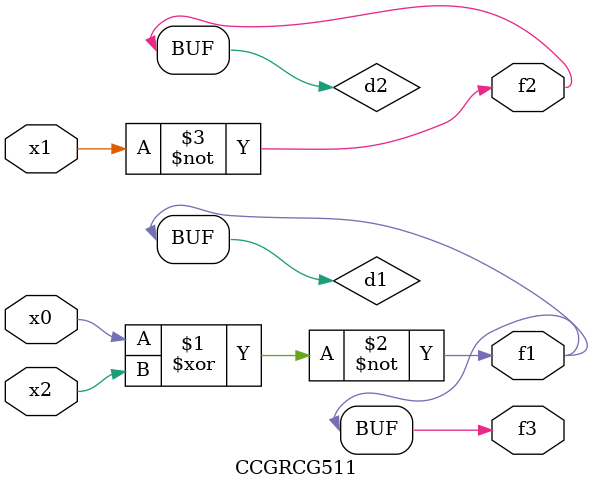
<source format=v>
module CCGRCG511(
	input x0, x1, x2,
	output f1, f2, f3
);

	wire d1, d2, d3;

	xnor (d1, x0, x2);
	nand (d2, x1);
	nor (d3, x1, x2);
	assign f1 = d1;
	assign f2 = d2;
	assign f3 = d1;
endmodule

</source>
